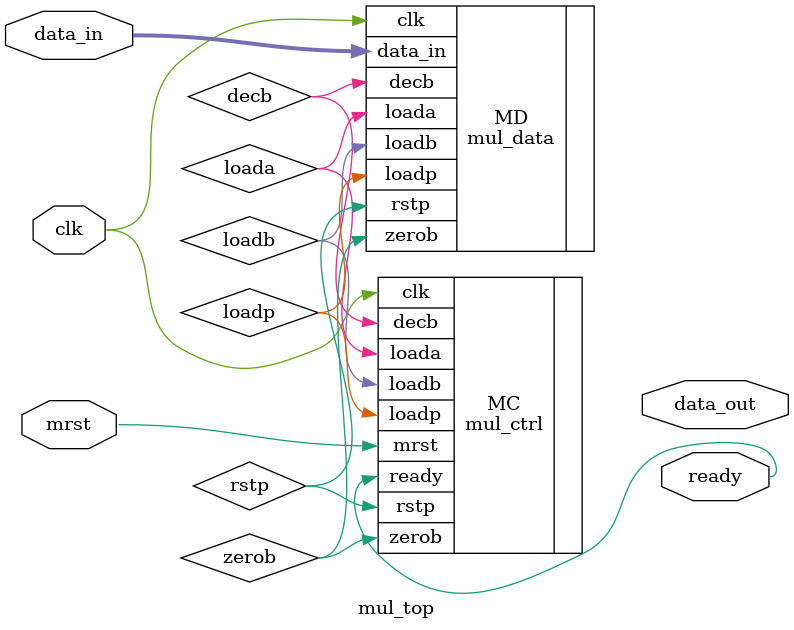
<source format=v>
`timescale 1ns / 1ps


module mul_top(
                clk,
                data_in,
                mrst,
                ready,
                data_out
                );

input clk, mrst;
input [15:0] data_in;

output ready;
output [15:0] data_out;



mul_ctrl MC (
                .clk(clk),
                .mrst(mrst),
                .zerob,
                .loada,
                .loadb,
                .loadp,
                .rstp,
                .decb,
                .ready
            );

mul_data MD (
                .clk(clk),
                .data_in(data_in),
                .loada,
                .loadb,
                .loadp,
                .rstp,
                .decb,
                .zerob,
            );

endmodule

</source>
